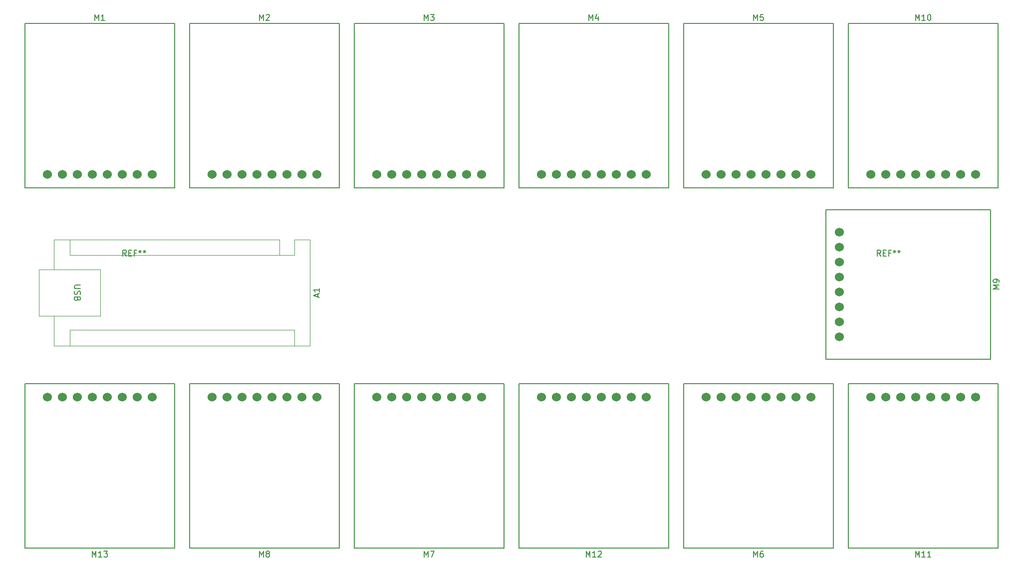
<source format=gbr>
G04 #@! TF.GenerationSoftware,KiCad,Pcbnew,7.0.2-6a45011f42~172~ubuntu22.04.1*
G04 #@! TF.CreationDate,2023-05-16T11:35:59-04:00*
G04 #@! TF.ProjectId,temperature_sensor,74656d70-6572-4617-9475-72655f73656e,rev?*
G04 #@! TF.SameCoordinates,Original*
G04 #@! TF.FileFunction,Legend,Top*
G04 #@! TF.FilePolarity,Positive*
%FSLAX46Y46*%
G04 Gerber Fmt 4.6, Leading zero omitted, Abs format (unit mm)*
G04 Created by KiCad (PCBNEW 7.0.2-6a45011f42~172~ubuntu22.04.1) date 2023-05-16 11:35:59*
%MOMM*%
%LPD*%
G01*
G04 APERTURE LIST*
%ADD10C,0.150000*%
%ADD11C,0.120000*%
%ADD12C,1.524000*%
G04 APERTURE END LIST*
D10*
G04 #@! TO.C,M2*
X147780476Y-60406619D02*
X147780476Y-59406619D01*
X147780476Y-59406619D02*
X148113809Y-60120904D01*
X148113809Y-60120904D02*
X148447142Y-59406619D01*
X148447142Y-59406619D02*
X148447142Y-60406619D01*
X148875714Y-59501857D02*
X148923333Y-59454238D01*
X148923333Y-59454238D02*
X149018571Y-59406619D01*
X149018571Y-59406619D02*
X149256666Y-59406619D01*
X149256666Y-59406619D02*
X149351904Y-59454238D01*
X149351904Y-59454238D02*
X149399523Y-59501857D01*
X149399523Y-59501857D02*
X149447142Y-59597095D01*
X149447142Y-59597095D02*
X149447142Y-59692333D01*
X149447142Y-59692333D02*
X149399523Y-59835190D01*
X149399523Y-59835190D02*
X148828095Y-60406619D01*
X148828095Y-60406619D02*
X149447142Y-60406619D01*
G04 #@! TO.C,M13*
X119364286Y-151592619D02*
X119364286Y-150592619D01*
X119364286Y-150592619D02*
X119697619Y-151306904D01*
X119697619Y-151306904D02*
X120030952Y-150592619D01*
X120030952Y-150592619D02*
X120030952Y-151592619D01*
X121030952Y-151592619D02*
X120459524Y-151592619D01*
X120745238Y-151592619D02*
X120745238Y-150592619D01*
X120745238Y-150592619D02*
X120650000Y-150735476D01*
X120650000Y-150735476D02*
X120554762Y-150830714D01*
X120554762Y-150830714D02*
X120459524Y-150878333D01*
X121364286Y-150592619D02*
X121983333Y-150592619D01*
X121983333Y-150592619D02*
X121650000Y-150973571D01*
X121650000Y-150973571D02*
X121792857Y-150973571D01*
X121792857Y-150973571D02*
X121888095Y-151021190D01*
X121888095Y-151021190D02*
X121935714Y-151068809D01*
X121935714Y-151068809D02*
X121983333Y-151164047D01*
X121983333Y-151164047D02*
X121983333Y-151402142D01*
X121983333Y-151402142D02*
X121935714Y-151497380D01*
X121935714Y-151497380D02*
X121888095Y-151545000D01*
X121888095Y-151545000D02*
X121792857Y-151592619D01*
X121792857Y-151592619D02*
X121507143Y-151592619D01*
X121507143Y-151592619D02*
X121411905Y-151545000D01*
X121411905Y-151545000D02*
X121364286Y-151497380D01*
G04 #@! TO.C,M6*
X231600476Y-151592619D02*
X231600476Y-150592619D01*
X231600476Y-150592619D02*
X231933809Y-151306904D01*
X231933809Y-151306904D02*
X232267142Y-150592619D01*
X232267142Y-150592619D02*
X232267142Y-151592619D01*
X233171904Y-150592619D02*
X232981428Y-150592619D01*
X232981428Y-150592619D02*
X232886190Y-150640238D01*
X232886190Y-150640238D02*
X232838571Y-150687857D01*
X232838571Y-150687857D02*
X232743333Y-150830714D01*
X232743333Y-150830714D02*
X232695714Y-151021190D01*
X232695714Y-151021190D02*
X232695714Y-151402142D01*
X232695714Y-151402142D02*
X232743333Y-151497380D01*
X232743333Y-151497380D02*
X232790952Y-151545000D01*
X232790952Y-151545000D02*
X232886190Y-151592619D01*
X232886190Y-151592619D02*
X233076666Y-151592619D01*
X233076666Y-151592619D02*
X233171904Y-151545000D01*
X233171904Y-151545000D02*
X233219523Y-151497380D01*
X233219523Y-151497380D02*
X233267142Y-151402142D01*
X233267142Y-151402142D02*
X233267142Y-151164047D01*
X233267142Y-151164047D02*
X233219523Y-151068809D01*
X233219523Y-151068809D02*
X233171904Y-151021190D01*
X233171904Y-151021190D02*
X233076666Y-150973571D01*
X233076666Y-150973571D02*
X232886190Y-150973571D01*
X232886190Y-150973571D02*
X232790952Y-151021190D01*
X232790952Y-151021190D02*
X232743333Y-151068809D01*
X232743333Y-151068809D02*
X232695714Y-151164047D01*
G04 #@! TO.C,M8*
X147780476Y-151592619D02*
X147780476Y-150592619D01*
X147780476Y-150592619D02*
X148113809Y-151306904D01*
X148113809Y-151306904D02*
X148447142Y-150592619D01*
X148447142Y-150592619D02*
X148447142Y-151592619D01*
X149066190Y-151021190D02*
X148970952Y-150973571D01*
X148970952Y-150973571D02*
X148923333Y-150925952D01*
X148923333Y-150925952D02*
X148875714Y-150830714D01*
X148875714Y-150830714D02*
X148875714Y-150783095D01*
X148875714Y-150783095D02*
X148923333Y-150687857D01*
X148923333Y-150687857D02*
X148970952Y-150640238D01*
X148970952Y-150640238D02*
X149066190Y-150592619D01*
X149066190Y-150592619D02*
X149256666Y-150592619D01*
X149256666Y-150592619D02*
X149351904Y-150640238D01*
X149351904Y-150640238D02*
X149399523Y-150687857D01*
X149399523Y-150687857D02*
X149447142Y-150783095D01*
X149447142Y-150783095D02*
X149447142Y-150830714D01*
X149447142Y-150830714D02*
X149399523Y-150925952D01*
X149399523Y-150925952D02*
X149351904Y-150973571D01*
X149351904Y-150973571D02*
X149256666Y-151021190D01*
X149256666Y-151021190D02*
X149066190Y-151021190D01*
X149066190Y-151021190D02*
X148970952Y-151068809D01*
X148970952Y-151068809D02*
X148923333Y-151116428D01*
X148923333Y-151116428D02*
X148875714Y-151211666D01*
X148875714Y-151211666D02*
X148875714Y-151402142D01*
X148875714Y-151402142D02*
X148923333Y-151497380D01*
X148923333Y-151497380D02*
X148970952Y-151545000D01*
X148970952Y-151545000D02*
X149066190Y-151592619D01*
X149066190Y-151592619D02*
X149256666Y-151592619D01*
X149256666Y-151592619D02*
X149351904Y-151545000D01*
X149351904Y-151545000D02*
X149399523Y-151497380D01*
X149399523Y-151497380D02*
X149447142Y-151402142D01*
X149447142Y-151402142D02*
X149447142Y-151211666D01*
X149447142Y-151211666D02*
X149399523Y-151116428D01*
X149399523Y-151116428D02*
X149351904Y-151068809D01*
X149351904Y-151068809D02*
X149256666Y-151021190D01*
G04 #@! TO.C,REF\u002A\u002A*
X253166666Y-100445619D02*
X252833333Y-99969428D01*
X252595238Y-100445619D02*
X252595238Y-99445619D01*
X252595238Y-99445619D02*
X252976190Y-99445619D01*
X252976190Y-99445619D02*
X253071428Y-99493238D01*
X253071428Y-99493238D02*
X253119047Y-99540857D01*
X253119047Y-99540857D02*
X253166666Y-99636095D01*
X253166666Y-99636095D02*
X253166666Y-99778952D01*
X253166666Y-99778952D02*
X253119047Y-99874190D01*
X253119047Y-99874190D02*
X253071428Y-99921809D01*
X253071428Y-99921809D02*
X252976190Y-99969428D01*
X252976190Y-99969428D02*
X252595238Y-99969428D01*
X253595238Y-99921809D02*
X253928571Y-99921809D01*
X254071428Y-100445619D02*
X253595238Y-100445619D01*
X253595238Y-100445619D02*
X253595238Y-99445619D01*
X253595238Y-99445619D02*
X254071428Y-99445619D01*
X254833333Y-99921809D02*
X254500000Y-99921809D01*
X254500000Y-100445619D02*
X254500000Y-99445619D01*
X254500000Y-99445619D02*
X254976190Y-99445619D01*
X255500000Y-99445619D02*
X255500000Y-99683714D01*
X255261905Y-99588476D02*
X255500000Y-99683714D01*
X255500000Y-99683714D02*
X255738095Y-99588476D01*
X255357143Y-99874190D02*
X255500000Y-99683714D01*
X255500000Y-99683714D02*
X255642857Y-99874190D01*
X256261905Y-99445619D02*
X256261905Y-99683714D01*
X256023810Y-99588476D02*
X256261905Y-99683714D01*
X256261905Y-99683714D02*
X256500000Y-99588476D01*
X256119048Y-99874190D02*
X256261905Y-99683714D01*
X256261905Y-99683714D02*
X256404762Y-99874190D01*
G04 #@! TO.C,M7*
X175720476Y-151592619D02*
X175720476Y-150592619D01*
X175720476Y-150592619D02*
X176053809Y-151306904D01*
X176053809Y-151306904D02*
X176387142Y-150592619D01*
X176387142Y-150592619D02*
X176387142Y-151592619D01*
X176768095Y-150592619D02*
X177434761Y-150592619D01*
X177434761Y-150592619D02*
X177006190Y-151592619D01*
G04 #@! TO.C,A1*
X157656904Y-107394285D02*
X157656904Y-106918095D01*
X157942619Y-107489523D02*
X156942619Y-107156190D01*
X156942619Y-107156190D02*
X157942619Y-106822857D01*
X157942619Y-105965714D02*
X157942619Y-106537142D01*
X157942619Y-106251428D02*
X156942619Y-106251428D01*
X156942619Y-106251428D02*
X157085476Y-106346666D01*
X157085476Y-106346666D02*
X157180714Y-106441904D01*
X157180714Y-106441904D02*
X157228333Y-106537142D01*
X117377380Y-105418095D02*
X116567857Y-105418095D01*
X116567857Y-105418095D02*
X116472619Y-105465714D01*
X116472619Y-105465714D02*
X116425000Y-105513333D01*
X116425000Y-105513333D02*
X116377380Y-105608571D01*
X116377380Y-105608571D02*
X116377380Y-105799047D01*
X116377380Y-105799047D02*
X116425000Y-105894285D01*
X116425000Y-105894285D02*
X116472619Y-105941904D01*
X116472619Y-105941904D02*
X116567857Y-105989523D01*
X116567857Y-105989523D02*
X117377380Y-105989523D01*
X116425000Y-106418095D02*
X116377380Y-106560952D01*
X116377380Y-106560952D02*
X116377380Y-106799047D01*
X116377380Y-106799047D02*
X116425000Y-106894285D01*
X116425000Y-106894285D02*
X116472619Y-106941904D01*
X116472619Y-106941904D02*
X116567857Y-106989523D01*
X116567857Y-106989523D02*
X116663095Y-106989523D01*
X116663095Y-106989523D02*
X116758333Y-106941904D01*
X116758333Y-106941904D02*
X116805952Y-106894285D01*
X116805952Y-106894285D02*
X116853571Y-106799047D01*
X116853571Y-106799047D02*
X116901190Y-106608571D01*
X116901190Y-106608571D02*
X116948809Y-106513333D01*
X116948809Y-106513333D02*
X116996428Y-106465714D01*
X116996428Y-106465714D02*
X117091666Y-106418095D01*
X117091666Y-106418095D02*
X117186904Y-106418095D01*
X117186904Y-106418095D02*
X117282142Y-106465714D01*
X117282142Y-106465714D02*
X117329761Y-106513333D01*
X117329761Y-106513333D02*
X117377380Y-106608571D01*
X117377380Y-106608571D02*
X117377380Y-106846666D01*
X117377380Y-106846666D02*
X117329761Y-106989523D01*
X116901190Y-107751428D02*
X116853571Y-107894285D01*
X116853571Y-107894285D02*
X116805952Y-107941904D01*
X116805952Y-107941904D02*
X116710714Y-107989523D01*
X116710714Y-107989523D02*
X116567857Y-107989523D01*
X116567857Y-107989523D02*
X116472619Y-107941904D01*
X116472619Y-107941904D02*
X116425000Y-107894285D01*
X116425000Y-107894285D02*
X116377380Y-107799047D01*
X116377380Y-107799047D02*
X116377380Y-107418095D01*
X116377380Y-107418095D02*
X117377380Y-107418095D01*
X117377380Y-107418095D02*
X117377380Y-107751428D01*
X117377380Y-107751428D02*
X117329761Y-107846666D01*
X117329761Y-107846666D02*
X117282142Y-107894285D01*
X117282142Y-107894285D02*
X117186904Y-107941904D01*
X117186904Y-107941904D02*
X117091666Y-107941904D01*
X117091666Y-107941904D02*
X116996428Y-107894285D01*
X116996428Y-107894285D02*
X116948809Y-107846666D01*
X116948809Y-107846666D02*
X116901190Y-107751428D01*
X116901190Y-107751428D02*
X116901190Y-107418095D01*
G04 #@! TO.C,M5*
X231600476Y-60406619D02*
X231600476Y-59406619D01*
X231600476Y-59406619D02*
X231933809Y-60120904D01*
X231933809Y-60120904D02*
X232267142Y-59406619D01*
X232267142Y-59406619D02*
X232267142Y-60406619D01*
X233219523Y-59406619D02*
X232743333Y-59406619D01*
X232743333Y-59406619D02*
X232695714Y-59882809D01*
X232695714Y-59882809D02*
X232743333Y-59835190D01*
X232743333Y-59835190D02*
X232838571Y-59787571D01*
X232838571Y-59787571D02*
X233076666Y-59787571D01*
X233076666Y-59787571D02*
X233171904Y-59835190D01*
X233171904Y-59835190D02*
X233219523Y-59882809D01*
X233219523Y-59882809D02*
X233267142Y-59978047D01*
X233267142Y-59978047D02*
X233267142Y-60216142D01*
X233267142Y-60216142D02*
X233219523Y-60311380D01*
X233219523Y-60311380D02*
X233171904Y-60359000D01*
X233171904Y-60359000D02*
X233076666Y-60406619D01*
X233076666Y-60406619D02*
X232838571Y-60406619D01*
X232838571Y-60406619D02*
X232743333Y-60359000D01*
X232743333Y-60359000D02*
X232695714Y-60311380D01*
G04 #@! TO.C,M12*
X203184286Y-151592619D02*
X203184286Y-150592619D01*
X203184286Y-150592619D02*
X203517619Y-151306904D01*
X203517619Y-151306904D02*
X203850952Y-150592619D01*
X203850952Y-150592619D02*
X203850952Y-151592619D01*
X204850952Y-151592619D02*
X204279524Y-151592619D01*
X204565238Y-151592619D02*
X204565238Y-150592619D01*
X204565238Y-150592619D02*
X204470000Y-150735476D01*
X204470000Y-150735476D02*
X204374762Y-150830714D01*
X204374762Y-150830714D02*
X204279524Y-150878333D01*
X205231905Y-150687857D02*
X205279524Y-150640238D01*
X205279524Y-150640238D02*
X205374762Y-150592619D01*
X205374762Y-150592619D02*
X205612857Y-150592619D01*
X205612857Y-150592619D02*
X205708095Y-150640238D01*
X205708095Y-150640238D02*
X205755714Y-150687857D01*
X205755714Y-150687857D02*
X205803333Y-150783095D01*
X205803333Y-150783095D02*
X205803333Y-150878333D01*
X205803333Y-150878333D02*
X205755714Y-151021190D01*
X205755714Y-151021190D02*
X205184286Y-151592619D01*
X205184286Y-151592619D02*
X205803333Y-151592619D01*
G04 #@! TO.C,REF\u002A\u002A*
X125166666Y-100445619D02*
X124833333Y-99969428D01*
X124595238Y-100445619D02*
X124595238Y-99445619D01*
X124595238Y-99445619D02*
X124976190Y-99445619D01*
X124976190Y-99445619D02*
X125071428Y-99493238D01*
X125071428Y-99493238D02*
X125119047Y-99540857D01*
X125119047Y-99540857D02*
X125166666Y-99636095D01*
X125166666Y-99636095D02*
X125166666Y-99778952D01*
X125166666Y-99778952D02*
X125119047Y-99874190D01*
X125119047Y-99874190D02*
X125071428Y-99921809D01*
X125071428Y-99921809D02*
X124976190Y-99969428D01*
X124976190Y-99969428D02*
X124595238Y-99969428D01*
X125595238Y-99921809D02*
X125928571Y-99921809D01*
X126071428Y-100445619D02*
X125595238Y-100445619D01*
X125595238Y-100445619D02*
X125595238Y-99445619D01*
X125595238Y-99445619D02*
X126071428Y-99445619D01*
X126833333Y-99921809D02*
X126500000Y-99921809D01*
X126500000Y-100445619D02*
X126500000Y-99445619D01*
X126500000Y-99445619D02*
X126976190Y-99445619D01*
X127500000Y-99445619D02*
X127500000Y-99683714D01*
X127261905Y-99588476D02*
X127500000Y-99683714D01*
X127500000Y-99683714D02*
X127738095Y-99588476D01*
X127357143Y-99874190D02*
X127500000Y-99683714D01*
X127500000Y-99683714D02*
X127642857Y-99874190D01*
X128261905Y-99445619D02*
X128261905Y-99683714D01*
X128023810Y-99588476D02*
X128261905Y-99683714D01*
X128261905Y-99683714D02*
X128500000Y-99588476D01*
X128119048Y-99874190D02*
X128261905Y-99683714D01*
X128261905Y-99683714D02*
X128404762Y-99874190D01*
G04 #@! TO.C,M11*
X259064286Y-151592619D02*
X259064286Y-150592619D01*
X259064286Y-150592619D02*
X259397619Y-151306904D01*
X259397619Y-151306904D02*
X259730952Y-150592619D01*
X259730952Y-150592619D02*
X259730952Y-151592619D01*
X260730952Y-151592619D02*
X260159524Y-151592619D01*
X260445238Y-151592619D02*
X260445238Y-150592619D01*
X260445238Y-150592619D02*
X260350000Y-150735476D01*
X260350000Y-150735476D02*
X260254762Y-150830714D01*
X260254762Y-150830714D02*
X260159524Y-150878333D01*
X261683333Y-151592619D02*
X261111905Y-151592619D01*
X261397619Y-151592619D02*
X261397619Y-150592619D01*
X261397619Y-150592619D02*
X261302381Y-150735476D01*
X261302381Y-150735476D02*
X261207143Y-150830714D01*
X261207143Y-150830714D02*
X261111905Y-150878333D01*
G04 #@! TO.C,M1*
X119840476Y-60406619D02*
X119840476Y-59406619D01*
X119840476Y-59406619D02*
X120173809Y-60120904D01*
X120173809Y-60120904D02*
X120507142Y-59406619D01*
X120507142Y-59406619D02*
X120507142Y-60406619D01*
X121507142Y-60406619D02*
X120935714Y-60406619D01*
X121221428Y-60406619D02*
X121221428Y-59406619D01*
X121221428Y-59406619D02*
X121126190Y-59549476D01*
X121126190Y-59549476D02*
X121030952Y-59644714D01*
X121030952Y-59644714D02*
X120935714Y-59692333D01*
G04 #@! TO.C,M3*
X175720476Y-60406619D02*
X175720476Y-59406619D01*
X175720476Y-59406619D02*
X176053809Y-60120904D01*
X176053809Y-60120904D02*
X176387142Y-59406619D01*
X176387142Y-59406619D02*
X176387142Y-60406619D01*
X176768095Y-59406619D02*
X177387142Y-59406619D01*
X177387142Y-59406619D02*
X177053809Y-59787571D01*
X177053809Y-59787571D02*
X177196666Y-59787571D01*
X177196666Y-59787571D02*
X177291904Y-59835190D01*
X177291904Y-59835190D02*
X177339523Y-59882809D01*
X177339523Y-59882809D02*
X177387142Y-59978047D01*
X177387142Y-59978047D02*
X177387142Y-60216142D01*
X177387142Y-60216142D02*
X177339523Y-60311380D01*
X177339523Y-60311380D02*
X177291904Y-60359000D01*
X177291904Y-60359000D02*
X177196666Y-60406619D01*
X177196666Y-60406619D02*
X176910952Y-60406619D01*
X176910952Y-60406619D02*
X176815714Y-60359000D01*
X176815714Y-60359000D02*
X176768095Y-60311380D01*
G04 #@! TO.C,M4*
X203660476Y-60406619D02*
X203660476Y-59406619D01*
X203660476Y-59406619D02*
X203993809Y-60120904D01*
X203993809Y-60120904D02*
X204327142Y-59406619D01*
X204327142Y-59406619D02*
X204327142Y-60406619D01*
X205231904Y-59739952D02*
X205231904Y-60406619D01*
X204993809Y-59359000D02*
X204755714Y-60073285D01*
X204755714Y-60073285D02*
X205374761Y-60073285D01*
G04 #@! TO.C,M10*
X259064286Y-60406619D02*
X259064286Y-59406619D01*
X259064286Y-59406619D02*
X259397619Y-60120904D01*
X259397619Y-60120904D02*
X259730952Y-59406619D01*
X259730952Y-59406619D02*
X259730952Y-60406619D01*
X260730952Y-60406619D02*
X260159524Y-60406619D01*
X260445238Y-60406619D02*
X260445238Y-59406619D01*
X260445238Y-59406619D02*
X260350000Y-59549476D01*
X260350000Y-59549476D02*
X260254762Y-59644714D01*
X260254762Y-59644714D02*
X260159524Y-59692333D01*
X261350000Y-59406619D02*
X261445238Y-59406619D01*
X261445238Y-59406619D02*
X261540476Y-59454238D01*
X261540476Y-59454238D02*
X261588095Y-59501857D01*
X261588095Y-59501857D02*
X261635714Y-59597095D01*
X261635714Y-59597095D02*
X261683333Y-59787571D01*
X261683333Y-59787571D02*
X261683333Y-60025666D01*
X261683333Y-60025666D02*
X261635714Y-60216142D01*
X261635714Y-60216142D02*
X261588095Y-60311380D01*
X261588095Y-60311380D02*
X261540476Y-60359000D01*
X261540476Y-60359000D02*
X261445238Y-60406619D01*
X261445238Y-60406619D02*
X261350000Y-60406619D01*
X261350000Y-60406619D02*
X261254762Y-60359000D01*
X261254762Y-60359000D02*
X261207143Y-60311380D01*
X261207143Y-60311380D02*
X261159524Y-60216142D01*
X261159524Y-60216142D02*
X261111905Y-60025666D01*
X261111905Y-60025666D02*
X261111905Y-59787571D01*
X261111905Y-59787571D02*
X261159524Y-59597095D01*
X261159524Y-59597095D02*
X261207143Y-59501857D01*
X261207143Y-59501857D02*
X261254762Y-59454238D01*
X261254762Y-59454238D02*
X261350000Y-59406619D01*
G04 #@! TO.C,M9*
X273258619Y-106067123D02*
X272258619Y-106067123D01*
X272258619Y-106067123D02*
X272972904Y-105733790D01*
X272972904Y-105733790D02*
X272258619Y-105400457D01*
X272258619Y-105400457D02*
X273258619Y-105400457D01*
X273258619Y-104876647D02*
X273258619Y-104686171D01*
X273258619Y-104686171D02*
X273211000Y-104590933D01*
X273211000Y-104590933D02*
X273163380Y-104543314D01*
X273163380Y-104543314D02*
X273020523Y-104448076D01*
X273020523Y-104448076D02*
X272830047Y-104400457D01*
X272830047Y-104400457D02*
X272449095Y-104400457D01*
X272449095Y-104400457D02*
X272353857Y-104448076D01*
X272353857Y-104448076D02*
X272306238Y-104495695D01*
X272306238Y-104495695D02*
X272258619Y-104590933D01*
X272258619Y-104590933D02*
X272258619Y-104781409D01*
X272258619Y-104781409D02*
X272306238Y-104876647D01*
X272306238Y-104876647D02*
X272353857Y-104924266D01*
X272353857Y-104924266D02*
X272449095Y-104971885D01*
X272449095Y-104971885D02*
X272687190Y-104971885D01*
X272687190Y-104971885D02*
X272782428Y-104924266D01*
X272782428Y-104924266D02*
X272830047Y-104876647D01*
X272830047Y-104876647D02*
X272877666Y-104781409D01*
X272877666Y-104781409D02*
X272877666Y-104590933D01*
X272877666Y-104590933D02*
X272830047Y-104495695D01*
X272830047Y-104495695D02*
X272782428Y-104448076D01*
X272782428Y-104448076D02*
X272687190Y-104400457D01*
G04 #@! TO.C,M2*
X135890000Y-60960000D02*
X161290000Y-60960000D01*
X135890000Y-88900000D02*
X135890000Y-60960000D01*
X161290000Y-60960000D02*
X161290000Y-88900000D01*
X161290000Y-88900000D02*
X135890000Y-88900000D01*
G04 #@! TO.C,M13*
X133350000Y-150114000D02*
X107950000Y-150114000D01*
X133350000Y-122174000D02*
X133350000Y-150114000D01*
X107950000Y-150114000D02*
X107950000Y-122174000D01*
X107950000Y-122174000D02*
X133350000Y-122174000D01*
G04 #@! TO.C,M6*
X245110000Y-150114000D02*
X219710000Y-150114000D01*
X245110000Y-122174000D02*
X245110000Y-150114000D01*
X219710000Y-150114000D02*
X219710000Y-122174000D01*
X219710000Y-122174000D02*
X245110000Y-122174000D01*
G04 #@! TO.C,M8*
X161290000Y-150114000D02*
X135890000Y-150114000D01*
X161290000Y-122174000D02*
X161290000Y-150114000D01*
X135890000Y-150114000D02*
X135890000Y-122174000D01*
X135890000Y-122174000D02*
X161290000Y-122174000D01*
G04 #@! TO.C,M7*
X189230000Y-150114000D02*
X163830000Y-150114000D01*
X189230000Y-122174000D02*
X189230000Y-150114000D01*
X163830000Y-150114000D02*
X163830000Y-122174000D01*
X163830000Y-122174000D02*
X189230000Y-122174000D01*
D11*
G04 #@! TO.C,A1*
X156340000Y-97660000D02*
X153670000Y-97660000D01*
X151130000Y-97660000D02*
X112900000Y-97660000D01*
X112900000Y-97660000D02*
X112900000Y-102740000D01*
X153670000Y-100330000D02*
X153670000Y-97660000D01*
X151130000Y-100330000D02*
X151130000Y-97660000D01*
X151130000Y-100330000D02*
X153670000Y-100330000D01*
X151130000Y-100330000D02*
X115570000Y-100330000D01*
X115570000Y-100330000D02*
X115570000Y-97660000D01*
X120780000Y-102740000D02*
X120780000Y-110620000D01*
X110360000Y-102740000D02*
X120780000Y-102740000D01*
X120780000Y-110620000D02*
X110360000Y-110620000D01*
X110360000Y-110620000D02*
X110360000Y-102740000D01*
X153670000Y-113030000D02*
X115570000Y-113030000D01*
X153670000Y-113030000D02*
X153670000Y-115700000D01*
X115570000Y-113030000D02*
X115570000Y-115700000D01*
X156340000Y-115700000D02*
X156340000Y-97660000D01*
X112900000Y-115700000D02*
X112900000Y-110620000D01*
X112900000Y-115700000D02*
X156340000Y-115700000D01*
D10*
G04 #@! TO.C,M5*
X219710000Y-60960000D02*
X245110000Y-60960000D01*
X219710000Y-88900000D02*
X219710000Y-60960000D01*
X245110000Y-60960000D02*
X245110000Y-88900000D01*
X245110000Y-88900000D02*
X219710000Y-88900000D01*
G04 #@! TO.C,M12*
X217170000Y-150114000D02*
X191770000Y-150114000D01*
X217170000Y-122174000D02*
X217170000Y-150114000D01*
X191770000Y-150114000D02*
X191770000Y-122174000D01*
X191770000Y-122174000D02*
X217170000Y-122174000D01*
G04 #@! TO.C,M11*
X273050000Y-150114000D02*
X247650000Y-150114000D01*
X273050000Y-122174000D02*
X273050000Y-150114000D01*
X247650000Y-150114000D02*
X247650000Y-122174000D01*
X247650000Y-122174000D02*
X273050000Y-122174000D01*
G04 #@! TO.C,M1*
X107950000Y-60960000D02*
X133350000Y-60960000D01*
X107950000Y-88900000D02*
X107950000Y-60960000D01*
X133350000Y-60960000D02*
X133350000Y-88900000D01*
X133350000Y-88900000D02*
X107950000Y-88900000D01*
G04 #@! TO.C,M3*
X163830000Y-60960000D02*
X189230000Y-60960000D01*
X163830000Y-88900000D02*
X163830000Y-60960000D01*
X189230000Y-60960000D02*
X189230000Y-88900000D01*
X189230000Y-88900000D02*
X163830000Y-88900000D01*
G04 #@! TO.C,M4*
X191770000Y-60960000D02*
X217170000Y-60960000D01*
X191770000Y-88900000D02*
X191770000Y-60960000D01*
X217170000Y-60960000D02*
X217170000Y-88900000D01*
X217170000Y-88900000D02*
X191770000Y-88900000D01*
G04 #@! TO.C,M10*
X247650000Y-60960000D02*
X273050000Y-60960000D01*
X247650000Y-88900000D02*
X247650000Y-60960000D01*
X273050000Y-60960000D02*
X273050000Y-88900000D01*
X273050000Y-88900000D02*
X247650000Y-88900000D01*
G04 #@! TO.C,M9*
X271780000Y-92557600D02*
X271780000Y-117957600D01*
X243840000Y-92557600D02*
X271780000Y-92557600D01*
X271780000Y-117957600D02*
X243840000Y-117957600D01*
X243840000Y-117957600D02*
X243840000Y-92557600D01*
G04 #@! TD*
D12*
G04 #@! TO.C,M2*
X157480000Y-86614000D03*
X154940000Y-86614000D03*
X152400000Y-86614000D03*
X149860000Y-86614000D03*
X147320000Y-86614000D03*
X144780000Y-86614000D03*
X142240000Y-86614000D03*
X139700000Y-86614000D03*
G04 #@! TD*
G04 #@! TO.C,M13*
X111760000Y-124460000D03*
X114300000Y-124460000D03*
X116840000Y-124460000D03*
X119380000Y-124460000D03*
X121920000Y-124460000D03*
X124460000Y-124460000D03*
X127000000Y-124460000D03*
X129540000Y-124460000D03*
G04 #@! TD*
G04 #@! TO.C,M6*
X223520000Y-124460000D03*
X226060000Y-124460000D03*
X228600000Y-124460000D03*
X231140000Y-124460000D03*
X233680000Y-124460000D03*
X236220000Y-124460000D03*
X238760000Y-124460000D03*
X241300000Y-124460000D03*
G04 #@! TD*
G04 #@! TO.C,M8*
X139700000Y-124460000D03*
X142240000Y-124460000D03*
X144780000Y-124460000D03*
X147320000Y-124460000D03*
X149860000Y-124460000D03*
X152400000Y-124460000D03*
X154940000Y-124460000D03*
X157480000Y-124460000D03*
G04 #@! TD*
G04 #@! TO.C,M7*
X167640000Y-124460000D03*
X170180000Y-124460000D03*
X172720000Y-124460000D03*
X175260000Y-124460000D03*
X177800000Y-124460000D03*
X180340000Y-124460000D03*
X182880000Y-124460000D03*
X185420000Y-124460000D03*
G04 #@! TD*
G04 #@! TO.C,M5*
X241300000Y-86614000D03*
X238760000Y-86614000D03*
X236220000Y-86614000D03*
X233680000Y-86614000D03*
X231140000Y-86614000D03*
X228600000Y-86614000D03*
X226060000Y-86614000D03*
X223520000Y-86614000D03*
G04 #@! TD*
G04 #@! TO.C,M12*
X195580000Y-124460000D03*
X198120000Y-124460000D03*
X200660000Y-124460000D03*
X203200000Y-124460000D03*
X205740000Y-124460000D03*
X208280000Y-124460000D03*
X210820000Y-124460000D03*
X213360000Y-124460000D03*
G04 #@! TD*
G04 #@! TO.C,M11*
X251460000Y-124460000D03*
X254000000Y-124460000D03*
X256540000Y-124460000D03*
X259080000Y-124460000D03*
X261620000Y-124460000D03*
X264160000Y-124460000D03*
X266700000Y-124460000D03*
X269240000Y-124460000D03*
G04 #@! TD*
G04 #@! TO.C,M1*
X129540000Y-86614000D03*
X127000000Y-86614000D03*
X124460000Y-86614000D03*
X121920000Y-86614000D03*
X119380000Y-86614000D03*
X116840000Y-86614000D03*
X114300000Y-86614000D03*
X111760000Y-86614000D03*
G04 #@! TD*
G04 #@! TO.C,M3*
X185420000Y-86614000D03*
X182880000Y-86614000D03*
X180340000Y-86614000D03*
X177800000Y-86614000D03*
X175260000Y-86614000D03*
X172720000Y-86614000D03*
X170180000Y-86614000D03*
X167640000Y-86614000D03*
G04 #@! TD*
G04 #@! TO.C,M4*
X213360000Y-86614000D03*
X210820000Y-86614000D03*
X208280000Y-86614000D03*
X205740000Y-86614000D03*
X203200000Y-86614000D03*
X200660000Y-86614000D03*
X198120000Y-86614000D03*
X195580000Y-86614000D03*
G04 #@! TD*
G04 #@! TO.C,M10*
X269240000Y-86614000D03*
X266700000Y-86614000D03*
X264160000Y-86614000D03*
X261620000Y-86614000D03*
X259080000Y-86614000D03*
X256540000Y-86614000D03*
X254000000Y-86614000D03*
X251460000Y-86614000D03*
G04 #@! TD*
G04 #@! TO.C,M9*
X246126000Y-114147600D03*
X246126000Y-111607600D03*
X246126000Y-109067600D03*
X246126000Y-106527600D03*
X246126000Y-103987600D03*
X246126000Y-101447600D03*
X246126000Y-98907600D03*
X246126000Y-96367600D03*
G04 #@! TD*
M02*

</source>
